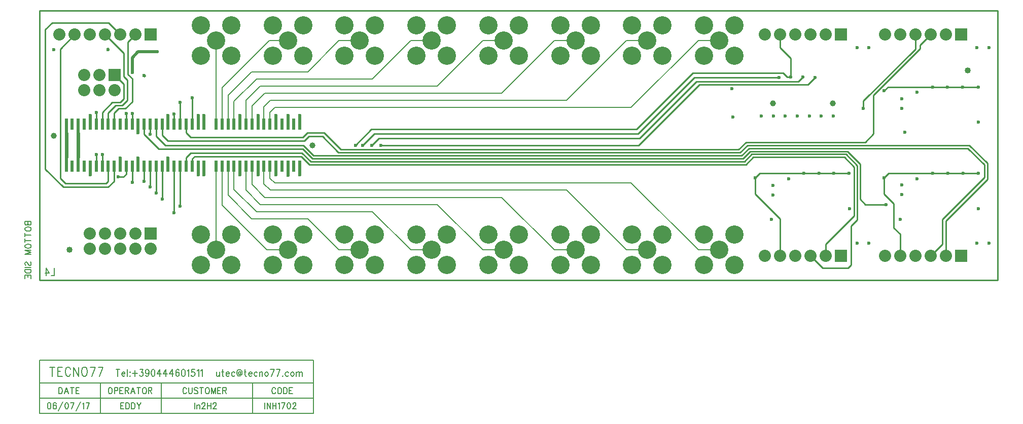
<source format=gbr>
%FSLAX35Y35*%
%MOIN*%
%SFA1.000B1.000*%

G04 Copyright (c) 2015-2018 in2H2 inc.
G04 System developed for in2H2 inc. by Intermotion Technology, Inc.
G04 
G04 Full system RTL, C sources and board design files available at https://github.com/nearist
G04 
G04 in2H2 inc. Team Members:
G04 - Chris McCormick - Algorithm Research and Design
G04 - Matt McCormick - Board Production, System Q/A
G04 
G04 Intermotion Technology Inc. Team Members:
G04 - Mick Fandrich - Project Lead
G04 - Dr. Ludovico Minati - Board Architecture and Design, FPGA Technology Advisor
G04 - Vardan Movsisyan - RTL Team Lead
G04 - Khachatur Gyozalyan - RTL Design
G04 - Tigran Papazyan - RTL Design
G04 - Taron Harutyunyan - RTL Design
G04 - Hayk Ghaltaghchyan - System Software
G04 
G04 Tecno77 S.r.l. Team Members:
G04 - Stefano Aldrigo, Board Layout Design
G04 
G04 We dedicate this project to the memory of Bruce McCormick, an AI pioneer
G04 and advocate, a good friend and father.
G04 
G04 These materials are provided free of charge: you can redistribute them and/or modify  
G04 them under the terms of the GNU General Public License as published by  
G04 the Free Software Foundation, version 3.
G04 
G04 These materials are distributed in the hope that they will be useful, but 
G04 WITHOUT ANY WARRANTY; without even the implied warranty of 
G04 MERCHANTABILITY or FITNESS FOR A PARTICULAR PURPOSE. See the GNU 
G04 General Public License for more details.
G04 In particular, this design should be treated as UNVERIFIED and UNCERTIFIED
G04 
G04 You should have received a copy of the GNU General Public License 
G04 along with this design. If not, see <http://www.gnu.org/licenses/>.

%FSLAX35Y35*%
%MOIN*%
%SFA1.000B1.000*%

%MIA0B0*%
%IPPOS*%
%ADD11C,0.00800*%
%ADD17C,0.03900*%
%ADD20C,0.04000*%
%ADD21C,0.00984*%
%ADD22C,0.01969*%
%ADD23C,0.02362*%
%ADD25C,0.00700*%
%ADD27R,0.08000X0.08000*%
%ADD28C,0.08000*%
%ADD29C,0.12000*%
%ADD30R,0.02402X0.07402*%
%ADD31C,0.00787*%
%LNbtm.gbr*%
%LPD*%
G54D17*X582284Y216142D03*X621654D03*X279616Y188583D03*X109360Y194835D03*G54D20*X119685Y119685D03*X710236Y237795D03*G54D23*X645276Y124213D03*X637402D03*X724016D03*X716142D03*X188583Y144094D03*X581299Y139961D03*X632480Y146752D03*X665945Y139961D03*X717126Y146752D03*X151969Y167717D03*X161024Y164173D03*X172835Y161024D03*X176772Y157087D03*X180709Y153150D03*X168898Y164961D03*X192520Y148425D03*X570472Y167323D03*X582233Y155855D03*Y162255D03*X592343Y166555D03*X655118Y167323D03*X656496Y149606D03*X666929Y156102D03*X666879Y162402D03*X676969Y166535D03*X125591Y184646D03*X117717D03*Y180709D03*X125591D03*X137402Y182480D03*X141339D03*X133465Y169051D03*X153150Y180315D03*X164961D03*X184646D03*X204331Y169051D03*X208268D03*X231890D03*X243701D03*X255512D03*X263386Y168898D03*X271260Y169051D03*X602362Y170276D03*X612343Y170335D03*X622244Y170276D03*X632283D03*X687008D03*X697047D03*X707087D03*X717126D03*X125591Y192520D03*X117717D03*X125591Y196457D03*X117717D03*X164961Y196850D03*X172835Y195866D03*X307677Y188583D03*X312598D03*X318504D03*X324409D03*X555709Y207087D03*X582382Y207776D03*X574409Y207874D03*X606004Y207776D03*X598130D03*X590256D03*X621752D03*X613878D03*X668898Y197047D03*X717126Y203839D03*X137402Y210039D03*X133465Y208114D03*X161024Y209646D03*X157087D03*X184646Y208114D03*X192520Y216929D03*X200394Y219882D03*X188583Y209055D03*X204331Y208114D03*X208268D03*X231890D03*X243701D03*X263386Y208268D03*X255512Y208114D03*X271260D03*X555315Y225787D03*X641535Y212992D03*X655118Y224409D03*X666879Y212942D03*Y219342D03*X687008Y226969D03*X676988Y223642D03*X696949Y226969D03*X706791D03*X717126D03*X161024Y236417D03*X168898Y234449D03*X586220Y233268D03*X601969Y233661D03*X593898Y233465D03*X609843Y233268D03*X109646Y251575D03*X145079D03*X177559Y250197D03*X645276Y252953D03*X637402D03*X724016D03*X716142D03*G54D27*X173307Y261417D03*X173150Y130591D03*X149370Y234921D03*X626969Y261417D03*X705709D03*X626969Y115748D03*X705709D03*G54D28*X163307Y261417D03*X153307D03*X143307D03*X133307D03*X123307D03*X113307D03*X173150Y120591D03*X163150Y130591D03*Y120591D03*X153150Y130591D03*Y120591D03*X143150Y130591D03*Y120591D03*X133150Y130591D03*Y120591D03*X149370Y224921D03*X139370Y234921D03*Y224921D03*X129370Y234921D03*Y224921D03*X616969Y261417D03*X606969D03*X596969D03*X586969D03*X576969D03*X695709D03*X685709D03*X675709D03*X665709D03*X655709D03*X616969Y115748D03*X606969D03*X596969D03*X586969D03*X576969D03*X695709D03*X685709D03*X675709D03*X665709D03*X655709D03*G54D29*X357874Y257480D03*X367874Y267480D03*Y247480D03*X347874Y267480D03*Y247480D03*X310630Y257480D03*X320630Y267480D03*Y247480D03*X300630Y267480D03*Y247480D03*X263386Y257480D03*X273386Y267480D03*Y247480D03*X253386Y267480D03*Y247480D03*X216142Y257480D03*X226142Y267480D03*Y247480D03*X206142Y267480D03*Y247480D03*X546850Y257480D03*X556850Y267480D03*Y247480D03*X536850Y267480D03*Y247480D03*X499606Y257480D03*X509606Y267480D03*Y247480D03*X489606Y267480D03*Y247480D03*X452362Y257480D03*X462362Y267480D03*Y247480D03*X442362Y267480D03*Y247480D03*X405118Y257480D03*X415118Y267480D03*Y247480D03*X395118Y267480D03*Y247480D03*X546850Y119685D03*X536850Y109685D03*Y129685D03*X556850Y109685D03*Y129685D03*X499606Y119685D03*X489606Y109685D03*Y129685D03*X509606Y109685D03*Y129685D03*X452362Y119685D03*X442362Y109685D03*Y129685D03*X462362Y109685D03*Y129685D03*X405118Y119685D03*X395118Y109685D03*Y129685D03*X415118Y109685D03*Y129685D03*X357874Y119685D03*X347874Y109685D03*Y129685D03*X367874Y109685D03*Y129685D03*X310630Y119685D03*X300630Y109685D03*Y129685D03*X320630Y109685D03*Y129685D03*X263386Y119685D03*X253386Y109685D03*Y129685D03*X273386Y109685D03*Y129685D03*X216142Y119685D03*X206142Y109685D03*Y129685D03*X226142Y109685D03*Y129685D03*G54D30*X271260Y174683D03*Y202482D03*X267323Y174683D03*Y202482D03*X263386Y174683D03*Y202482D03*X259449Y174683D03*Y202482D03*X255512Y174683D03*Y202482D03*X251575Y174683D03*Y202482D03*X247638Y174683D03*Y202482D03*X243701Y174683D03*Y202482D03*X239764Y174683D03*Y202482D03*X235827Y174683D03*Y202482D03*X231890Y174683D03*Y202482D03*X227953Y174683D03*Y202482D03*X224016Y174683D03*Y202482D03*X220079Y174683D03*Y202482D03*X216142Y174683D03*Y202482D03*X208268Y174683D03*Y202482D03*X204331Y174683D03*Y202482D03*X200394Y174683D03*Y202482D03*X196457Y174683D03*Y202482D03*X192520Y174683D03*Y202482D03*X188583Y174683D03*Y202482D03*X184646Y174683D03*Y202482D03*X180709Y174683D03*Y202482D03*X176772Y174683D03*Y202482D03*X172835Y174683D03*Y202482D03*X168898Y174683D03*Y202482D03*X164961Y174683D03*Y202482D03*X161024Y174683D03*Y202482D03*X157087Y174683D03*Y202482D03*X153150Y174683D03*Y202482D03*X149213Y174683D03*Y202482D03*X145276Y174683D03*Y202482D03*X141339Y174683D03*Y202482D03*X137402Y174683D03*Y202482D03*X133465Y174683D03*Y202482D03*X129528Y174683D03*Y202482D03*X125591Y174683D03*Y202482D03*X121654Y174683D03*Y202482D03*X117717Y174683D03*Y202482D03*G54D11*X109941Y107776D02*G01Y102854D01*X107895*X104657Y107776D02*G01X106361Y104495D01*X103805*X104657Y107776D02*G01Y102854D01*X140000Y32224D02*G01Y12224D01*X180000Y32224D02*G01Y12224D01*X240000Y32224D02*G01Y12224D01*X100000Y47224D02*G01X280000D01*Y12224*X100000*Y47224*Y32224D02*G01X280000D01*X100000Y22224D02*G01X280000D01*X108491Y42662D02*G01Y36624D01*X106900Y42662D02*G01X110082D01*X112127D02*G01Y36624D01*Y42662D02*G01X115082D01*X112127Y39787D02*G01X113945D01*X112127Y36624D02*G01X115082D01*X120536Y41224D02*G01X120309Y41799D01*X119855Y42374*X119400Y42662*X118491*X118036Y42374*X117582Y41799*X117355Y41224*X117127Y40362*Y38924*X117355Y38062*X117582Y37487*X118036Y36912*X118491Y36624*X119400*X119855Y36912*X120309Y37487*X120536Y38062*X122582Y42662D02*G01Y36624D01*Y42662D02*G01X125764Y36624D01*Y42662D02*G01Y36624D01*X129173Y42662D02*G01X128718Y42374D01*X128264Y41799*X128036Y41224*X127809Y40362*Y38924*X128036Y38062*X128264Y37487*X128718Y36912*X129173Y36624*X130082*X130536Y36912*X130991Y37487*X131218Y38062*X131445Y38924*Y40362*X131218Y41224*X130991Y41799*X130536Y42374*X130082Y42662*X129173*X136673D02*G01X134400Y36624D01*X133491Y42662D02*G01X136673D01*X141900D02*G01X139627Y36624D01*X138718Y42662D02*G01X141900D01*G54D21*X586969Y115748D02*G01Y140157D01*X570472Y156654*Y167323*X616969Y115748D02*G01Y123661D01*X635433Y142126*Y174311*X629035Y180709*X569291*X631496Y107953D02*G01X614764D01*X606969Y115748*X631496Y107953D02*G01X633386Y109843D01*Y135433*X637402Y139449*Y175295*X630020Y182677*X568307*X665709Y115748D02*G01Y130020D01*X661516Y134213*Y150256*X655118Y156654*Y167323*X685709Y115748D02*G01X693504Y123543D01*Y139783*X721063Y167343*Y175787*X710236Y186614*X566339*X695709Y115748D02*G01Y138878D01*X723031Y166201*Y176772*X711220Y188583*X188583Y144094D02*G01Y174683D01*X115748Y161024D02*G01X145276D01*X149213Y164961*Y174683*X115748Y161024D02*G01X103937Y172835D01*Y264904*X108324Y269291*X121654*X145433*X117126Y163583D02*G01X143898D01*X145276Y164961*Y174683*X117126Y163583D02*G01X113780Y166929D01*Y251890*X123307Y261417*X151969Y167717D02*G01X155315D01*X157087Y169488*Y174683*X161024Y164173D02*G01Y174683D01*X172835Y161024D02*G01Y174683D01*X176772Y157087D02*G01Y174683D01*X180709Y153150D02*G01Y174683D01*X168898Y164961D02*G01Y174683D01*X192520Y148425D02*G01Y174683D01*X570472Y167323D02*G01X573425Y170276D01*X602362*X655118Y167323D02*G01X658071Y170276D01*X687008*X656496Y149606D02*G01X642913D01*X639370Y153150*Y176280*X631004Y184646*X567323*X137402Y174683D02*G01Y182480D01*X141339Y174683D02*G01Y182480D01*X196457Y174683D02*G01Y180512D01*X199606Y183661*X200394Y174683D02*G01X200591Y174880D01*Y179724*X202067Y181201*X278346Y177953D02*G01X563583D01*X568307Y182677*X278346Y177953D02*G01X272638Y183661D01*X199606*X280315Y181890D02*G01X561614D01*X566339Y186614*X280315Y181890D02*G01X273622Y188583D01*X182677*X176772Y194488*Y202482*X279331Y179921D02*G01X562598D01*X567323Y184646*X279331Y179921D02*G01X273130Y186122D01*X178642*X168898Y195866*Y202482*X277362Y175984D02*G01X564567D01*X569291Y180709*X277362Y175984D02*G01X272146Y181201D01*X202067*X298130Y185827D02*G01X559646D01*X564370Y190551*X642717*X648228Y196063*Y221575*X678740Y252087*Y254449*X685709Y261417*X298130Y185827D02*G01X287008Y196949D01*X276181*X560630Y183858D02*G01X296654D01*X286024Y194488*X560630Y183858D02*G01X565354Y188583D01*X711220*X602362Y170276D02*G01X612402D01*X612343Y170335*X612402Y170276D02*G01X622244D01*X632283*X687008D02*G01X697047D01*X707087*X717126D02*G01X707087D01*X137402Y202482D02*G01Y210039D01*X141339Y202482D02*G01Y210236D01*X147835Y216732*X153150*X155610Y219193*Y228681*X149370Y234921*X145276Y202482D02*G01Y209843D01*X150197Y214764*X154626*X157972Y218110*Y231398*X155512Y233858*Y249213*X143307Y261417*X149213Y202482D02*G01Y209744D01*X152165Y212697*X156594*X161024Y217126*Y232480*X158268Y235236*Y256378*X163307Y261417*X157087Y202482D02*G01Y209646D01*X161024Y202482D02*G01Y209646D01*X172835Y195866D02*G01Y202482D01*X188583D02*G01Y209055D01*X192520Y202482D02*G01Y216929D01*X200394Y202482D02*G01Y219882D01*X199409Y193996D02*G01X273228D01*X276181Y196949*X199409Y193996D02*G01X196457Y196949D01*Y202482*X274213Y191535D02*G01X184449D01*X180709Y195276*Y202482*X274213Y191535D02*G01X277165Y194488D01*X286024*X307677Y188583D02*G01X318209Y199114D01*X492421*X529331Y236024*X588780*X312598Y188583D02*G01X320177Y196161D01*X493406*X530512Y233268*X586220*X318504Y188583D02*G01X323130Y193209D01*X494390*X531693Y230512*X598819*X601969Y233661*X324409Y188583D02*G01X493701D01*X533661Y228543*X605118*X609843Y233268*X641535Y212992D02*G01Y217717D01*X675709Y251890*Y261417*X655118Y224409D02*G01X657677Y226969D01*X687008*X696949*X706791*X717126D02*G01X706791D01*X593898Y233465D02*G01Y245827D01*X586969Y252756*Y261417*X593898Y233465D02*G01X591339D01*X588780Y236024*X153307Y261417D02*G01X145433Y269291D01*X100003Y277165D02*G01X729924D01*Y100000*X100003*Y277165*G54D22*X347874Y129685D02*G01X348583D01*X117717Y174683D02*G01Y180709D01*X125591Y174683D02*G01Y180709D01*X133465Y169051D02*G01Y174683D01*X153150D02*G01Y180315D01*X164961Y174683D02*G01Y180315D01*X184646Y174683D02*G01Y180315D01*X204331Y169051D02*G01Y174683D01*X208268Y169051D02*G01Y174683D01*X231890Y169051D02*G01Y174683D01*X243701Y169051D02*G01Y174683D01*X255512Y169051D02*G01Y174683D01*X263386Y168898D02*G01Y174683D01*X271260Y169051D02*G01Y174683D01*X125591Y196457D02*G01Y202482D01*X117717Y196457D02*G01Y202482D01*X133465D02*G01Y208114D01*X164961Y196850D02*G01Y202482D01*X184646D02*G01Y208114D01*X204331Y202482D02*G01Y208114D01*X208268Y202482D02*G01Y208114D01*X231890Y202482D02*G01Y208114D01*X243701Y202482D02*G01Y208114D01*X255512Y202482D02*G01Y208114D01*X263386Y202482D02*G01Y208268D01*X271260Y202482D02*G01Y208114D01*X161024Y236417D02*G01Y246260D01*X164961Y250197*X177559*X169094Y234252D02*G01X168898Y234449D01*X145079Y251575D02*G01Y251772D01*G54D23*X125591Y184646D02*G01Y192520D01*X117717D02*G01Y184646D01*Y180709*X125591D02*G01Y184646D01*Y192520D02*G01Y196457D01*X117717Y192520D02*G01Y196457D01*G54D25*X151543Y41037D02*G01Y36574D01*X150350Y41037D02*G01X152736D01*X154270Y38274D02*G01X156316D01*Y38699*X156145Y39124*X155975Y39337*X155634Y39549*X155123*X154782Y39337*X154441Y38912*X154270Y38274*Y37849*X154441Y37212*X154782Y36787*X155123Y36574*X155634*X155975Y36787*X156316Y37212*X157850Y41037D02*G01Y36574D01*X159555Y39549D02*G01X159384Y39337D01*X159555Y39124*X159725Y39337*X159555Y39549*Y36999D02*G01X159384Y36787D01*X159555Y36574*X159725Y36787*X159555Y36999*X162793Y40399D02*G01Y36574D01*X161259Y38487D02*G01X164327D01*X166202Y41037D02*G01X168077D01*X167055Y39337*X167566*X167907Y39124*X168077Y38912*X168248Y38274*Y37849*X168077Y37212*X167736Y36787*X167225Y36574*X166714*X166202Y36787*X166032Y36999*X165861Y37424*X171998Y39549D02*G01X171827Y38912D01*X171486Y38487*X170975Y38274*X170805*X170293Y38487*X169952Y38912*X169782Y39549*Y39762*X169952Y40399*X170293Y40824*X170805Y41037*X170975*X171486Y40824*X171827Y40399*X171998Y39549*Y38487*X171827Y37424*X171486Y36787*X170975Y36574*X170634*X170123Y36787*X169952Y37212*X174555Y41037D02*G01X174043Y40824D01*X173702Y40187*X173532Y39124*Y38487*X173702Y37424*X174043Y36787*X174555Y36574*X174895*X175407Y36787*X175748Y37424*X175918Y38487*Y39124*X175748Y40187*X175407Y40824*X174895Y41037*X174555*X179157D02*G01X177452Y38062D01*X180009*X179157Y41037D02*G01Y36574D01*X183248Y41037D02*G01X181543Y38062D01*X184100*X183248Y41037D02*G01Y36574D01*X187339Y41037D02*G01X185634Y38062D01*X188191*X187339Y41037D02*G01Y36574D01*X191770Y40399D02*G01X191600Y40824D01*X191089Y41037*X190748*X190236Y40824*X189895Y40187*X189725Y39124*Y38062*X189895Y37212*X190236Y36787*X190748Y36574*X190918*X191430Y36787*X191770Y37212*X191941Y37849*Y38062*X191770Y38699*X191430Y39124*X190918Y39337*X190748*X190236Y39124*X189895Y38699*X189725Y38062*X194498Y41037D02*G01X193986Y40824D01*X193645Y40187*X193475Y39124*Y38487*X193645Y37424*X193986Y36787*X194498Y36574*X194839*X195350Y36787*X195691Y37424*X195861Y38487*Y39124*X195691Y40187*X195350Y40824*X194839Y41037*X194498*X197395Y40187D02*G01X197736Y40399D01*X198248Y41037*Y36574*X201998Y41037D02*G01X200293D01*X200123Y39124*X200293Y39337*X200805Y39549*X201316*X201827Y39337*X202168Y38912*X202339Y38274*X202168Y37849*X201998Y37212*X201657Y36787*X201145Y36574*X200634*X200123Y36787*X199952Y36999*X199782Y37424*X203873Y40187D02*G01X204214Y40399D01*X204725Y41037*Y36574*X206259Y40187D02*G01X206600Y40399D01*X207111Y41037*Y36574*X216486Y39549D02*G01Y37424D01*X216657Y36787*X216998Y36574*X217509*X217850Y36787*X218361Y37424*Y39549D02*G01Y36574D01*X220407Y41037D02*G01Y37424D01*X220577Y36787*X220918Y36574*X221259*X219895Y39549D02*G01X221089D01*X222793Y38274D02*G01X224839D01*Y38699*X224668Y39124*X224498Y39337*X224157Y39549*X223645*X223305Y39337*X222964Y38912*X222793Y38274*Y37849*X222964Y37212*X223305Y36787*X223645Y36574*X224157*X224498Y36787*X224839Y37212*X228418Y38912D02*G01X228077Y39337D01*X227736Y39549*X227225*X226884Y39337*X226543Y38912*X226373Y38274*Y37849*X226543Y37212*X226884Y36787*X227225Y36574*X227736*X228077Y36787*X228418Y37212*X232168Y36787D02*G01X231486D01*X230634Y36999*X230293Y37424*X229952Y38274*Y39337*X230293Y40399*X230634Y40824*X232168*X232680Y40399*X233020Y39762*X233191Y38699*X233020Y37849*X232850Y37637*X232168Y37424D02*G01X231998Y37637D01*Y39762*Y39337D02*G01X231657Y39549D01*X231316*X230975Y39337*X230805Y38912*Y38487*X230975Y38062*X231316Y37849*X231657*X231998Y38062*X232168Y37424D02*G01X232680D01*X232850Y37637*X235236Y41037D02*G01Y37424D01*X235407Y36787*X235748Y36574*X236089*X234725Y39549D02*G01X235918D01*X237623Y38274D02*G01X239668D01*Y38699*X239498Y39124*X239327Y39337*X238986Y39549*X238475*X238134Y39337*X237793Y38912*X237623Y38274*Y37849*X237793Y37212*X238134Y36787*X238475Y36574*X238986*X239327Y36787*X239668Y37212*X243248Y38912D02*G01X242907Y39337D01*X242566Y39549*X242055*X241714Y39337*X241373Y38912*X241202Y38274*Y37849*X241373Y37212*X241714Y36787*X242055Y36574*X242566*X242907Y36787*X243248Y37212*X244782Y39549D02*G01Y36574D01*Y38699D02*G01X245293Y39337D01*X245634Y39549*X246145*X246486Y39337*X246657Y38699*Y36574*X249043Y39549D02*G01X248702Y39337D01*X248361Y38912*X248191Y38274*Y37849*X248361Y37212*X248702Y36787*X249043Y36574*X249555*X249895Y36787*X250236Y37212*X250407Y37849*Y38274*X250236Y38912*X249895Y39337*X249555Y39549*X249043*X254327Y41037D02*G01X252623Y36574D01*X251941Y41037D02*G01X254327D01*X258248D02*G01X256543Y36574D01*X255861Y41037D02*G01X258248D01*X259952Y36999D02*G01X259782Y36787D01*X259952Y36574*X260123Y36787*X259952Y36999*X263702Y38912D02*G01X263361Y39337D01*X263020Y39549*X262509*X262168Y39337*X261827Y38912*X261657Y38274*Y37849*X261827Y37212*X262168Y36787*X262509Y36574*X263020*X263361Y36787*X263702Y37212*X266089Y39549D02*G01X265748Y39337D01*X265407Y38912*X265236Y38274*Y37849*X265407Y37212*X265748Y36787*X266089Y36574*X266600*X266941Y36787*X267282Y37212*X267452Y37849*Y38274*X267282Y38912*X266941Y39337*X266600Y39549*X266089*X268986D02*G01Y36574D01*Y38699D02*G01X269498Y39337D01*X269839Y39549*X270350*X270691Y39337*X270861Y38699*Y36574*Y38699D02*G01X271373Y39337D01*X271714Y39549*X272225*X272566Y39337*X272736Y38699*Y36574*X153452Y19209D02*G01Y15074D01*Y19209D02*G01X155520D01*X153452Y17240D02*G01X154725D01*X153452Y15074D02*G01X155520D01*X156952Y19209D02*G01Y15074D01*Y19209D02*G01X158066D01*X158543Y19012*X158861Y18618*X159020Y18224*X159180Y17634*Y16649*X159020Y16059*X158861Y15665*X158543Y15271*X158066Y15074*X156952*X160611Y19209D02*G01Y15074D01*Y19209D02*G01X161725D01*X162202Y19012*X162520Y18618*X162680Y18224*X162839Y17634*Y16649*X162680Y16059*X162520Y15665*X162202Y15271*X161725Y15074*X160611*X164270Y19209D02*G01X165543Y17240D01*Y15074*X166816Y19209D02*G01X165543Y17240D01*X106384Y19209D02*G01X105907Y19012D01*X105589Y18421*X105430Y17437*Y16846*X105589Y15862*X105907Y15271*X106384Y15074*X106702*X107180Y15271*X107498Y15862*X107657Y16846*Y17437*X107498Y18421*X107180Y19012*X106702Y19209*X106384*X110998Y18618D02*G01X110839Y19012D01*X110361Y19209*X110043*X109566Y19012*X109248Y18421*X109089Y17437*Y16453*X109248Y15665*X109566Y15271*X110043Y15074*X110202*X110680Y15271*X110998Y15665*X111157Y16256*Y16453*X110998Y17043*X110680Y17437*X110202Y17634*X110043*X109566Y17437*X109248Y17043*X109089Y16453*X115452Y19996D02*G01X112589Y13696D01*X117839Y19209D02*G01X117361Y19012D01*X117043Y18421*X116884Y17437*Y16846*X117043Y15862*X117361Y15271*X117839Y15074*X118157*X118634Y15271*X118952Y15862*X119111Y16846*Y17437*X118952Y18421*X118634Y19012*X118157Y19209*X117839*X122770D02*G01X121180Y15074D01*X120543Y19209D02*G01X122770D01*X127066Y19996D02*G01X124202Y13696D01*X128498Y18421D02*G01X128816Y18618D01*X129293Y19209*Y15074*X132952Y19209D02*G01X131361Y15074D01*X130725Y19209D02*G01X132952D01*X248248D02*G01Y15074D01*X249680Y19209D02*G01Y15074D01*Y19209D02*G01X251907Y15074D01*Y19209D02*G01Y15074D01*X253339Y19209D02*G01Y15074D01*X255566Y19209D02*G01Y15074D01*X253339Y17240D02*G01X255566D01*X256998Y18421D02*G01X257316Y18618D01*X257793Y19209*Y15074*X261452Y19209D02*G01X259861Y15074D01*X259225Y19209D02*G01X261452D01*X263839D02*G01X263361Y19012D01*X263043Y18421*X262884Y17437*Y16846*X263043Y15862*X263361Y15271*X263839Y15074*X264157*X264634Y15271*X264952Y15862*X265111Y16846*Y17437*X264952Y18421*X264634Y19012*X264157Y19209*X263839*X266702Y18224D02*G01Y18421D01*X266861Y18815*X267020Y19012*X267339Y19209*X267975*X268293Y19012*X268452Y18815*X268611Y18421*Y18028*X268452Y17634*X268134Y17043*X266543Y15074*X268770*X112850Y29209D02*G01Y25074D01*Y29209D02*G01X113964D01*X114441Y29012*X114759Y28618*X114918Y28224*X115077Y27634*Y26649*X114918Y26059*X114759Y25665*X114441Y25271*X113964Y25074*X112850*X117782Y29209D02*G01X116509Y25074D01*X117782Y29209D02*G01X119055Y25074D01*X116986Y26453D02*G01X118577D01*X121600Y29209D02*G01Y25074D01*X120486Y29209D02*G01X122714D01*X124145D02*G01Y25074D01*Y29209D02*G01X126214D01*X124145Y27240D02*G01X125418D01*X124145Y25074D02*G01X126214D01*X146305Y29209D02*G01X145986Y29012D01*X145668Y28618*X145509Y28224*X145350Y27634*Y26649*X145509Y26059*X145668Y25665*X145986Y25271*X146305Y25074*X146941*X147259Y25271*X147577Y25665*X147736Y26059*X147895Y26649*Y27634*X147736Y28224*X147577Y28618*X147259Y29012*X146941Y29209*X146305*X149327D02*G01Y25074D01*Y29209D02*G01X150759D01*X151236Y29012*X151395Y28815*X151555Y28421*Y27831*X151395Y27437*X151236Y27240*X150759Y27043*X149327*X152986Y29209D02*G01Y25074D01*Y29209D02*G01X155055D01*X152986Y27240D02*G01X154259D01*X152986Y25074D02*G01X155055D01*X156486Y29209D02*G01Y25074D01*Y29209D02*G01X157918D01*X158395Y29012*X158555Y28815*X158714Y28421*Y28028*X158555Y27634*X158395Y27437*X157918Y27240*X156486*X157600D02*G01X158714Y25074D01*X161418Y29209D02*G01X160145Y25074D01*X161418Y29209D02*G01X162691Y25074D01*X160623Y26453D02*G01X162214D01*X165236Y29209D02*G01Y25074D01*X164123Y29209D02*G01X166350D01*X168736D02*G01X168418Y29012D01*X168100Y28618*X167941Y28224*X167782Y27634*Y26649*X167941Y26059*X168100Y25665*X168418Y25271*X168736Y25074*X169373*X169691Y25271*X170009Y25665*X170168Y26059*X170327Y26649*Y27634*X170168Y28224*X170009Y28618*X169691Y29012*X169373Y29209*X168736*X171759D02*G01Y25074D01*Y29209D02*G01X173191D01*X173668Y29012*X173827Y28815*X173986Y28421*Y28028*X173827Y27634*X173668Y27437*X173191Y27240*X171759*X172873D02*G01X173986Y25074D01*X196736Y28224D02*G01X196577Y28618D01*X196259Y29012*X195941Y29209*X195305*X194986Y29012*X194668Y28618*X194509Y28224*X194350Y27634*Y26649*X194509Y26059*X194668Y25665*X194986Y25271*X195305Y25074*X195941*X196259Y25271*X196577Y25665*X196736Y26059*X198168Y29209D02*G01Y26256D01*X198327Y25665*X198645Y25271*X199123Y25074*X199441*X199918Y25271*X200236Y25665*X200395Y26256*Y29209*X204055Y28618D02*G01X203736Y29012D01*X203259Y29209*X202623*X202145Y29012*X201827Y28618*Y28224*X201986Y27831*X202145Y27634*X202464Y27437*X203418Y27043*X203736Y26846*X203895Y26649*X204055Y26256*Y25665*X203736Y25271*X203259Y25074*X202623*X202145Y25271*X201827Y25665*X206600Y29209D02*G01Y25074D01*X205486Y29209D02*G01X207714D01*X210100D02*G01X209782Y29012D01*X209464Y28618*X209305Y28224*X209145Y27634*Y26649*X209305Y26059*X209464Y25665*X209782Y25271*X210100Y25074*X210736*X211055Y25271*X211373Y25665*X211532Y26059*X211691Y26649*Y27634*X211532Y28224*X211373Y28618*X211055Y29012*X210736Y29209*X210100*X213123D02*G01Y25074D01*Y29209D02*G01X214395Y25074D01*X215668Y29209D02*G01X214395Y25074D01*X215668Y29209D02*G01Y25074D01*X217100Y29209D02*G01Y25074D01*Y29209D02*G01X219168D01*X217100Y27240D02*G01X218373D01*X217100Y25074D02*G01X219168D01*X220600Y29209D02*G01Y25074D01*Y29209D02*G01X222032D01*X222509Y29012*X222668Y28815*X222827Y28421*Y28028*X222668Y27634*X222509Y27437*X222032Y27240*X220600*X221714D02*G01X222827Y25074D01*X255236Y28224D02*G01X255077Y28618D01*X254759Y29012*X254441Y29209*X253805*X253486Y29012*X253168Y28618*X253009Y28224*X252850Y27634*Y26649*X253009Y26059*X253168Y25665*X253486Y25271*X253805Y25074*X254441*X254759Y25271*X255077Y25665*X255236Y26059*X257623Y29209D02*G01X257305Y29012D01*X256986Y28618*X256827Y28224*X256668Y27634*Y26649*X256827Y26059*X256986Y25665*X257305Y25271*X257623Y25074*X258259*X258577Y25271*X258895Y25665*X259055Y26059*X259214Y26649*Y27634*X259055Y28224*X258895Y28618*X258577Y29012*X258259Y29209*X257623*X260645D02*G01Y25074D01*Y29209D02*G01X261759D01*X262236Y29012*X262555Y28618*X262714Y28224*X262873Y27634*Y26649*X262714Y26059*X262555Y25665*X262236Y25271*X261759Y25074*X260645*X264305Y29209D02*G01Y25074D01*Y29209D02*G01X266373D01*X264305Y27240D02*G01X265577D01*X264305Y25074D02*G01X266373D01*X202191Y19209D02*G01Y15074D01*X203623Y17831D02*G01Y15074D01*Y17043D02*G01X204100Y17634D01*X204418Y17831*X204895*X205214Y17634*X205373Y17043*Y15074*X206964Y18224D02*G01Y18421D01*X207123Y18815*X207282Y19012*X207600Y19209*X208236*X208555Y19012*X208714Y18815*X208873Y18421*Y18028*X208714Y17634*X208395Y17043*X206805Y15074*X209032*X210464Y19209D02*G01Y15074D01*X212691Y19209D02*G01Y15074D01*X210464Y17240D02*G01X212691D01*X214282Y18224D02*G01Y18421D01*X214441Y18815*X214600Y19012*X214918Y19209*X215555*X215873Y19012*X216032Y18815*X216191Y18421*Y18028*X216032Y17634*X215714Y17043*X214123Y15074*X216350*X90516Y138373D02*G01X94650D01*X90516D02*G01Y136941D01*X90712Y136464*Y136464D02*G01X90909Y136305D01*X91303Y136145*X91697*X92091Y136305*X92287Y136464*Y136464D02*G01X92484Y136941D01*Y138373D02*G01Y136941D01*X92681Y136464*X92878Y136305*X93272Y136145*X93862*Y136145D02*G01X94256Y136305D01*X94453Y136464*X94650Y136941*Y138373*X90516Y133759D02*G01X90712Y134077D01*Y134077D02*G01X91106Y134395D01*X91500Y134555*X92091Y134714*X93075*X93666Y134555*X94059Y134395*X94453Y134077*X94650Y133759*Y133123*X94453Y132805*X94059Y132486*X93666Y132327*X93075Y132168*X92091*X91500Y132327*X91106Y132486*X90712Y132805*Y132805D02*G01X90516Y133123D01*Y133759*Y129623D02*G01X94650D01*X90516Y130736D02*G01Y128509D01*Y125964D02*G01X94650D01*X90516Y127077D02*G01Y124850D01*Y122464D02*G01X90712Y122782D01*Y122782D02*G01X91106Y123100D01*X91500Y123259*X92091Y123418*X93075*X93666Y123259*X94059Y123100*X94453Y122782*X94650Y122464*Y121827*X94453Y121509*X94059Y121191*X93666Y121032*X93075Y120873*X92091*X91500Y121032*X91106Y121191*X90712Y121509*Y121509D02*G01X90516Y121827D01*Y122464*Y119441D02*G01X94650D01*X90516D02*G01X94650Y118168D01*X90516Y116895D02*G01X94650Y118168D01*X90516Y116895D02*G01X94650D01*X91106Y109577D02*G01X90712Y109895D01*Y109895D02*G01X90516Y110373D01*Y111009*X90712Y111486*Y111486D02*G01X91106Y111805D01*X91500*X91894Y111645*X92091Y111486*X92287Y111168*Y111168D02*G01X92681Y110214D01*X92878Y109895*X93075Y109736*X93469Y109577*X94059*X94453Y109895*X94650Y110373*Y111009*X94453Y111486*X94059Y111805*X90516Y108145D02*G01X94650D01*X90516Y106714D02*G01X94650D01*X90516D02*G01Y105600D01*X90712Y105123*Y105123D02*G01X91106Y104805D01*X91500Y104645*X92091Y104486*X93075*X93666Y104645*X94059Y104805*X94453Y105123*X94650Y105600*Y106714*X90516Y103055D02*G01X94650D01*X90516D02*G01Y100986D01*X92484Y103055D02*G01Y101782D01*X94650Y103055D02*G01Y100986D01*G54D31*X216142Y119685D02*G01Y174683D01*X263386Y119685D02*G01X249606D01*X220079Y149213*Y174683*X310630Y119685D02*G01X296850D01*X276378Y140157*X239567*X224016Y155709*Y174683*X357874Y119685D02*G01X344094D01*X318898Y144882*X242717*X227953Y159646*Y174683*X405118Y119685D02*G01X391339D01*X361417Y149606*X245276*X235827Y159055*Y174683*X452362Y119685D02*G01X438583D01*X403937Y154331*X248228*X239764Y162795*Y174683*X499606Y119685D02*G01X485827D01*X446457Y159055*X251772*X247638Y163189*Y174683*X546850Y119685D02*G01X533071D01*X488976Y163780*X254724*X251575Y166929*Y174683*X216142Y202482D02*G01Y257480D01*X220079Y202482D02*G01Y226378D01*X251181Y257480*X263386*X224016Y202482D02*G01Y221457D01*X239567Y237008*X276378*X296850Y257480*X310630*X227953Y202482D02*G01Y217520D01*X242717Y232283*X318898*X344094Y257480*X357874*X235827Y202482D02*G01Y218110D01*X245276Y227559*X361417*X391339Y257480*X405118*X239764Y202482D02*G01Y214370D01*X248228Y222835*X403937*X438583Y257480*X452362*X247638Y202482D02*G01Y213976D01*X251772Y218110*X446457*X485827Y257480*X499606*X251575Y202482D02*G01Y210236D01*X254724Y213386*X488976*X533071Y257480*X546850*M02*
</source>
